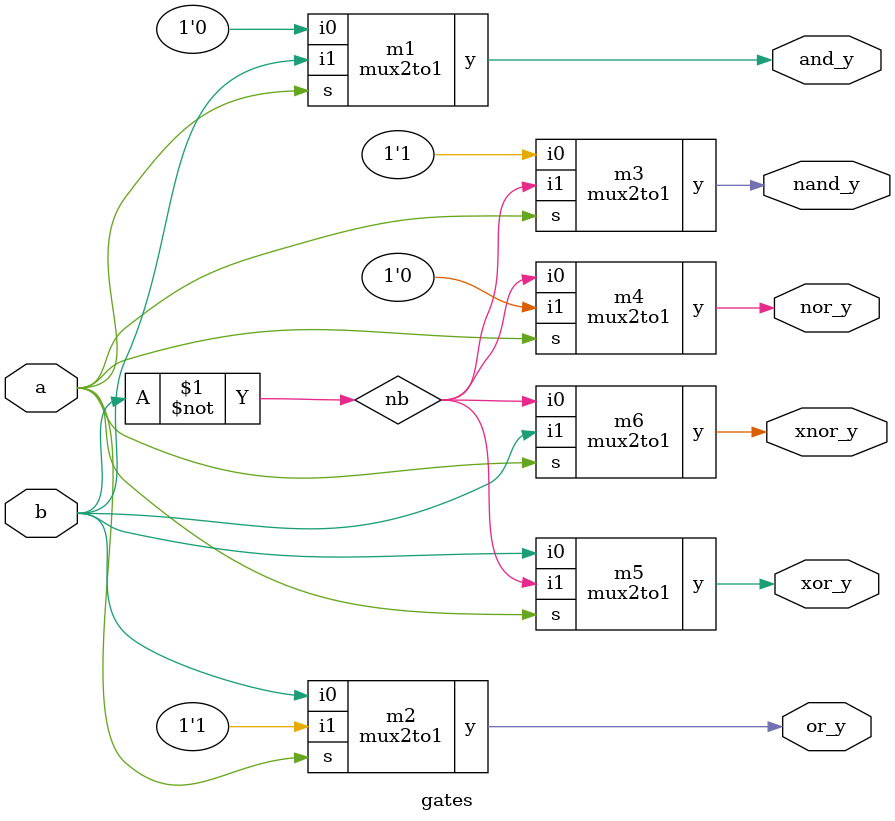
<source format=v>
module mux2to1(
  input s,i0,i1,
  output y);
  assign y = s ? i1 : i0;
endmodule

//Gates using MUX
module gates(
  input a,b,
  output and_y,or_y,nand_y,nor_y,xor_y,xnor_y);
  
  wire nb;
  not n1(nb, b);

  mux2to1 m1(.s(a), .i0(1'b0), .i1(b), .y(and_y));
  mux2to1 m2(.s(a), .i0(b), .i1(1'b1), .y(or_y));
  mux2to1 m3(.s(a), .i0(1'b1), .i1(nb), .y(nand_y));
  mux2to1 m4(.s(a), .i0(nb), .i1(1'b0), .y(nor_y));
  mux2to1 m5(.s(a), .i0(b), .i1(nb), .y(xor_y));
  mux2to1 m6(.s(a), .i0(nb), .i1(b), .y(xnor_y));
endmodule

</source>
